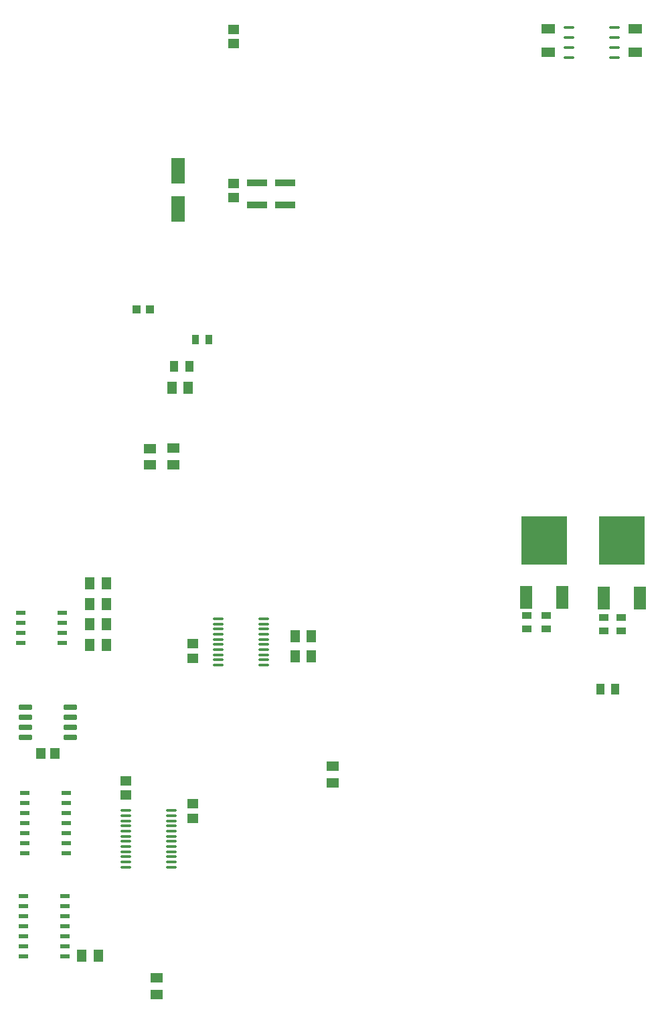
<source format=gbr>
G04 Layer_Color=8421504*
%FSLAX26Y26*%
%MOIN*%
%TF.FileFunction,Paste,Top*%
%TF.Part,Single*%
G01*
G75*
%TA.AperFunction,SMDPad,CuDef*%
%ADD10O,0.055118X0.013780*%
%ADD11R,0.070000X0.125000*%
%ADD12R,0.039370X0.039370*%
G04:AMPARAMS|DCode=13|XSize=21.654mil|YSize=49.213mil|CornerRadius=1.949mil|HoleSize=0mil|Usage=FLASHONLY|Rotation=90.000|XOffset=0mil|YOffset=0mil|HoleType=Round|Shape=RoundedRectangle|*
%AMROUNDEDRECTD13*
21,1,0.021654,0.045315,0,0,90.0*
21,1,0.017756,0.049213,0,0,90.0*
1,1,0.003898,0.022657,0.008878*
1,1,0.003898,0.022657,-0.008878*
1,1,0.003898,-0.022657,-0.008878*
1,1,0.003898,-0.022657,0.008878*
%
%ADD13ROUNDEDRECTD13*%
%ADD14R,0.057087X0.045276*%
%ADD15R,0.049213X0.059055*%
%ADD16R,0.059055X0.049213*%
%ADD17R,0.228346X0.244095*%
%ADD18R,0.062992X0.118110*%
%ADD19R,0.051181X0.033465*%
%ADD20R,0.070866X0.045276*%
%ADD21R,0.102362X0.037402*%
G04:AMPARAMS|DCode=22|XSize=25.591mil|YSize=64.961mil|CornerRadius=1.919mil|HoleSize=0mil|Usage=FLASHONLY|Rotation=90.000|XOffset=0mil|YOffset=0mil|HoleType=Round|Shape=RoundedRectangle|*
%AMROUNDEDRECTD22*
21,1,0.025591,0.061122,0,0,90.0*
21,1,0.021752,0.064961,0,0,90.0*
1,1,0.003839,0.030561,0.010876*
1,1,0.003839,0.030561,-0.010876*
1,1,0.003839,-0.030561,-0.010876*
1,1,0.003839,-0.030561,0.010876*
%
%ADD22ROUNDEDRECTD22*%
%ADD23R,0.033465X0.051181*%
%ADD24R,0.045276X0.057087*%
%ADD25R,0.041339X0.055118*%
D10*
X2917567Y2010433D02*
D03*
X2917567Y2060433D02*
D03*
X2917567Y2110433D02*
D03*
X2917567Y2160433D02*
D03*
X2691189Y2010433D02*
D03*
X2691189Y2060433D02*
D03*
X2691189Y2110433D02*
D03*
X2691189Y2160433D02*
D03*
X485236Y-1737205D02*
D03*
X485236Y-1762795D02*
D03*
X485236Y-1788386D02*
D03*
X485236Y-1813976D02*
D03*
X485236Y-1839567D02*
D03*
X485236Y-1865158D02*
D03*
X485236Y-1890748D02*
D03*
X485236Y-1916339D02*
D03*
X485236Y-1941929D02*
D03*
X485236Y-1967520D02*
D03*
X485236Y-1993110D02*
D03*
X485236Y-2018701D02*
D03*
X711614Y-1737205D02*
D03*
X711614Y-1762795D02*
D03*
X711614Y-1788386D02*
D03*
X711614Y-1813976D02*
D03*
X711614Y-1839567D02*
D03*
X711614Y-1865158D02*
D03*
X711614Y-1890748D02*
D03*
X711614Y-1916339D02*
D03*
X711614Y-1941929D02*
D03*
X711614Y-1967520D02*
D03*
X711614Y-1993110D02*
D03*
X711614Y-2018701D02*
D03*
X944882Y-783268D02*
D03*
X944882Y-808858D02*
D03*
X944882Y-834449D02*
D03*
X944882Y-860039D02*
D03*
X944882Y-885630D02*
D03*
X944882Y-911221D02*
D03*
X944882Y-936811D02*
D03*
X944882Y-962402D02*
D03*
X944882Y-987992D02*
D03*
X944882Y-1013583D02*
D03*
X1171260Y-783268D02*
D03*
X1171260Y-808858D02*
D03*
X1171260Y-834449D02*
D03*
X1171260Y-860039D02*
D03*
X1171260Y-885630D02*
D03*
X1171260Y-911221D02*
D03*
X1171260Y-936811D02*
D03*
X1171260Y-962402D02*
D03*
X1171260Y-987992D02*
D03*
X1171260Y-1013583D02*
D03*
D11*
X746063Y1257362D02*
D03*
X746063Y1447362D02*
D03*
D12*
X537548Y757363D02*
D03*
X604478Y757363D02*
D03*
D13*
X-24606Y-2163779D02*
D03*
X-24606Y-2213779D02*
D03*
X-24606Y-2263779D02*
D03*
X-24606Y-2313779D02*
D03*
X-24606Y-2363779D02*
D03*
X-24606Y-2413779D02*
D03*
X-24606Y-2463779D02*
D03*
X182086Y-2163779D02*
D03*
X182086Y-2213779D02*
D03*
X182086Y-2263779D02*
D03*
X182086Y-2313779D02*
D03*
X182086Y-2363779D02*
D03*
X182086Y-2413779D02*
D03*
X182086Y-2463779D02*
D03*
X-36418Y-751771D02*
D03*
X-36418Y-801771D02*
D03*
X-36418Y-851771D02*
D03*
X-36418Y-901771D02*
D03*
X170276Y-751771D02*
D03*
X170276Y-801771D02*
D03*
X170276Y-851771D02*
D03*
X170276Y-901771D02*
D03*
X190158Y-1948819D02*
D03*
X190158Y-1898819D02*
D03*
X190158Y-1848819D02*
D03*
X190158Y-1798819D02*
D03*
X190158Y-1748819D02*
D03*
X190158Y-1698819D02*
D03*
X190158Y-1648819D02*
D03*
X-16534Y-1948819D02*
D03*
X-16534Y-1898819D02*
D03*
X-16534Y-1848819D02*
D03*
X-16534Y-1798819D02*
D03*
X-16534Y-1748819D02*
D03*
X-16534Y-1698819D02*
D03*
X-16534Y-1648819D02*
D03*
D14*
X818896Y-1704725D02*
D03*
X818896Y-1775591D02*
D03*
X1021656Y1383857D02*
D03*
X1021656Y1312991D02*
D03*
X819746Y-908133D02*
D03*
X819746Y-978999D02*
D03*
X1023624Y2078739D02*
D03*
X1023624Y2149605D02*
D03*
X484252Y-1590553D02*
D03*
X484252Y-1661419D02*
D03*
D15*
X797244Y366141D02*
D03*
X714566Y366141D02*
D03*
X305118Y-811023D02*
D03*
X387796Y-811023D02*
D03*
X305118Y-913385D02*
D03*
X387796Y-913385D02*
D03*
X305118Y-708661D02*
D03*
X387796Y-708661D02*
D03*
X305118Y-606299D02*
D03*
X387796Y-606299D02*
D03*
X1410042Y-971259D02*
D03*
X1327364Y-971259D02*
D03*
X1410038Y-871261D02*
D03*
X1327362Y-871261D02*
D03*
X265750Y-2460629D02*
D03*
X348426Y-2460629D02*
D03*
D16*
X723746Y65773D02*
D03*
X723746Y-16905D02*
D03*
X606300Y64959D02*
D03*
X606300Y-17717D02*
D03*
X1515750Y-1598425D02*
D03*
X1515750Y-1515747D02*
D03*
X639746Y-2571227D02*
D03*
X639746Y-2653905D02*
D03*
D17*
X2568896Y-393701D02*
D03*
X2954772Y-394883D02*
D03*
D18*
X2659054Y-677165D02*
D03*
X2478740Y-677165D02*
D03*
X3044930Y-678347D02*
D03*
X2864614Y-678347D02*
D03*
D19*
X2864174Y-775589D02*
D03*
X2864174Y-842519D02*
D03*
X2952756Y-775591D02*
D03*
X2952756Y-842521D02*
D03*
X2480748Y-766101D02*
D03*
X2480748Y-833031D02*
D03*
X2578740Y-765749D02*
D03*
X2578740Y-832679D02*
D03*
D20*
X2588582Y2153543D02*
D03*
X2588582Y2035433D02*
D03*
X3021654Y2035431D02*
D03*
X3021654Y2153543D02*
D03*
D21*
X1277560Y1387797D02*
D03*
X1277560Y1277561D02*
D03*
X1139762Y1277559D02*
D03*
X1139762Y1387795D02*
D03*
D22*
X-13778Y-1224411D02*
D03*
X-13778Y-1274411D02*
D03*
X-13778Y-1324411D02*
D03*
X-13778Y-1374411D02*
D03*
X208662Y-1224411D02*
D03*
X208662Y-1274411D02*
D03*
X208662Y-1324411D02*
D03*
X208662Y-1374411D02*
D03*
D23*
X899476Y608362D02*
D03*
X832546Y608362D02*
D03*
D24*
X133858Y-1452753D02*
D03*
X62992Y-1452753D02*
D03*
D25*
X2848422Y-1133859D02*
D03*
X2923226Y-1133859D02*
D03*
X726378Y472441D02*
D03*
X801182Y472441D02*
D03*
%TF.MD5,e22e4547058abe712ee03b713f7f07d6*%
M02*

</source>
